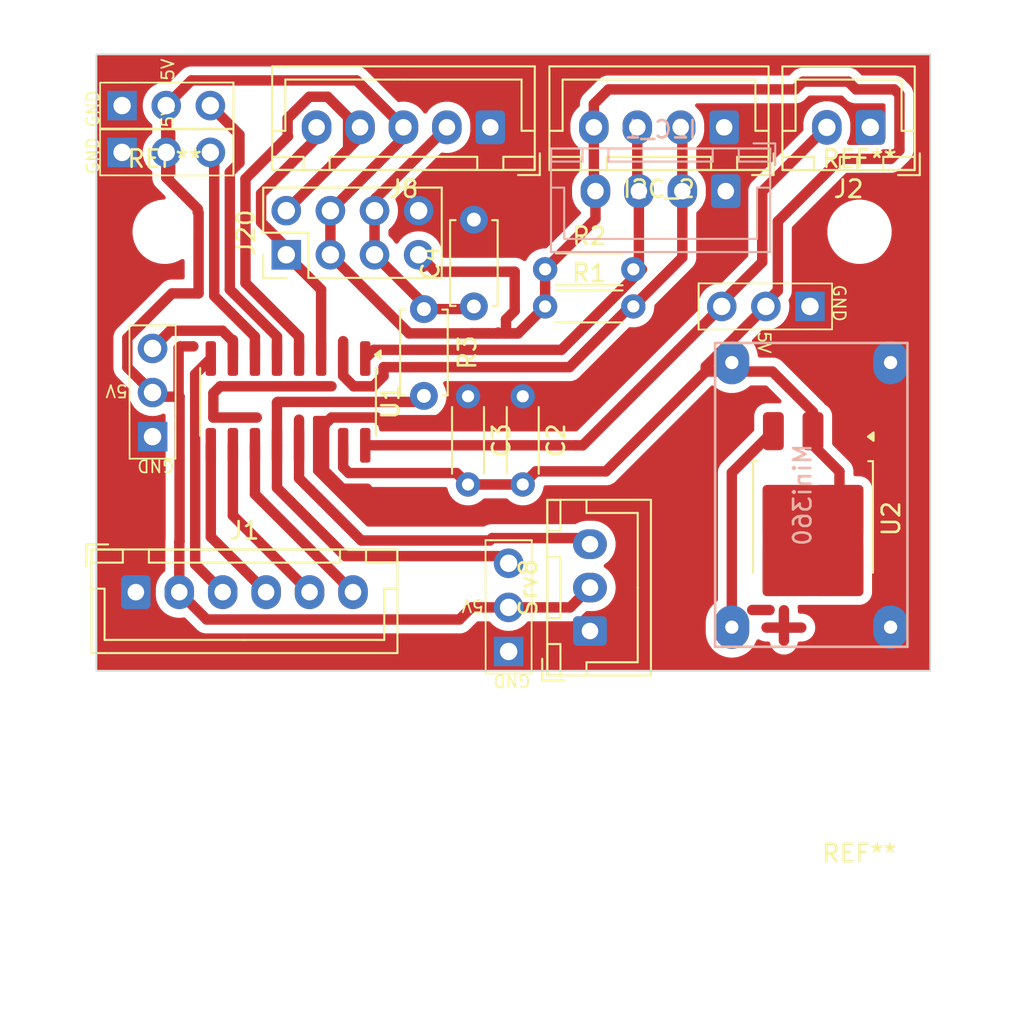
<source format=kicad_pcb>
(kicad_pcb
	(version 20240108)
	(generator "pcbnew")
	(generator_version "8.0")
	(general
		(thickness 1.6)
		(legacy_teardrops no)
	)
	(paper "A4")
	(layers
		(0 "F.Cu" signal)
		(31 "B.Cu" signal)
		(32 "B.Adhes" user "B.Adhesive")
		(33 "F.Adhes" user "F.Adhesive")
		(34 "B.Paste" user)
		(35 "F.Paste" user)
		(36 "B.SilkS" user "B.Silkscreen")
		(37 "F.SilkS" user "F.Silkscreen")
		(38 "B.Mask" user)
		(39 "F.Mask" user)
		(40 "Dwgs.User" user "User.Drawings")
		(41 "Cmts.User" user "User.Comments")
		(42 "Eco1.User" user "User.Eco1")
		(43 "Eco2.User" user "User.Eco2")
		(44 "Edge.Cuts" user)
		(45 "Margin" user)
		(46 "B.CrtYd" user "B.Courtyard")
		(47 "F.CrtYd" user "F.Courtyard")
		(48 "B.Fab" user)
		(49 "F.Fab" user)
		(50 "User.1" user)
		(51 "User.2" user)
		(52 "User.3" user)
		(53 "User.4" user)
		(54 "User.5" user)
		(55 "User.6" user)
		(56 "User.7" user)
		(57 "User.8" user)
		(58 "User.9" user)
	)
	(setup
		(stackup
			(layer "F.SilkS"
				(type "Top Silk Screen")
			)
			(layer "F.Paste"
				(type "Top Solder Paste")
			)
			(layer "F.Mask"
				(type "Top Solder Mask")
				(thickness 0.01)
			)
			(layer "F.Cu"
				(type "copper")
				(thickness 0.035)
			)
			(layer "dielectric 1"
				(type "core")
				(thickness 1.51)
				(material "FR4")
				(epsilon_r 4.5)
				(loss_tangent 0.02)
			)
			(layer "B.Cu"
				(type "copper")
				(thickness 0.035)
			)
			(layer "B.Mask"
				(type "Bottom Solder Mask")
				(thickness 0.01)
			)
			(layer "B.Paste"
				(type "Bottom Solder Paste")
			)
			(layer "B.SilkS"
				(type "Bottom Silk Screen")
			)
			(copper_finish "None")
			(dielectric_constraints no)
		)
		(pad_to_mask_clearance 0)
		(allow_soldermask_bridges_in_footprints no)
		(aux_axis_origin 99.4 100)
		(pcbplotparams
			(layerselection 0x0001000_ffffffff)
			(plot_on_all_layers_selection 0x0000000_00000000)
			(disableapertmacros yes)
			(usegerberextensions yes)
			(usegerberattributes no)
			(usegerberadvancedattributes yes)
			(creategerberjobfile yes)
			(dashed_line_dash_ratio 12.000000)
			(dashed_line_gap_ratio 3.000000)
			(svgprecision 4)
			(plotframeref no)
			(viasonmask no)
			(mode 1)
			(useauxorigin no)
			(hpglpennumber 1)
			(hpglpenspeed 20)
			(hpglpendiameter 15.000000)
			(pdf_front_fp_property_popups yes)
			(pdf_back_fp_property_popups yes)
			(dxfpolygonmode yes)
			(dxfimperialunits yes)
			(dxfusepcbnewfont yes)
			(psnegative no)
			(psa4output no)
			(plotreference no)
			(plotvalue no)
			(plotfptext no)
			(plotinvisibletext no)
			(sketchpadsonfab no)
			(subtractmaskfromsilk no)
			(outputformat 1)
			(mirror no)
			(drillshape 0)
			(scaleselection 1)
			(outputdirectory "gerber/")
		)
	)
	(net 0 "")
	(net 1 "5V")
	(net 2 "GND")
	(net 3 "SWIO")
	(net 4 "SCL")
	(net 5 "SDA")
	(net 6 "PWM2")
	(net 7 "/PC7")
	(net 8 "RC_IN")
	(net 9 "PWM1")
	(net 10 "/PD7")
	(net 11 "/PD6")
	(net 12 "/PD5")
	(net 13 "/PD4")
	(net 14 "CUR_IN")
	(net 15 "POS_IN")
	(net 16 "/PC6")
	(net 17 "/PA1")
	(net 18 "IN")
	(footprint "Connector_PinHeader_2.54mm:PinHeader_2x04_P2.54mm_Vertical" (layer "F.Cu") (at 10.927398 11.54 90))
	(footprint "Stripe-ch32:Servo_pads" (layer "F.Cu") (at 1.475 5.643272 90))
	(footprint "Package_SO:SOP-16_3.9x9.9mm_P1.27mm" (layer "F.Cu") (at 11.027398 20.015 -90))
	(footprint "Connector_JST:JST_XH_B2B-XH-A_1x02_P2.50mm_Vertical" (layer "F.Cu") (at 44.548744 4.200642 180))
	(footprint "Connector_JST:JST_XH_B6B-XH-A_1x06_P2.50mm_Vertical" (layer "F.Cu") (at 2.267066 30.972759))
	(footprint "Resistor_THT:R_Axial_DIN0204_L3.6mm_D1.6mm_P5.08mm_Horizontal" (layer "F.Cu") (at 24.541068 19.690919 -90))
	(footprint "Resistor_THT:R_Axial_DIN0204_L3.6mm_D1.6mm_P5.08mm_Horizontal" (layer "F.Cu") (at 25.827398 14.515))
	(footprint "MountingHole:MountingHole_3.2mm_M3" (layer "F.Cu") (at 43.927398 10.215))
	(footprint "Resistor_THT:R_Axial_DIN0204_L3.6mm_D1.6mm_P5.08mm_Horizontal" (layer "F.Cu") (at 25.829794 12.37645))
	(footprint "Package_TO_SOT_SMD:TO-252-3_TabPin2" (layer "F.Cu") (at 41.25 26.74 -90))
	(footprint "Stripe-ch32:Servo_pads" (layer "F.Cu") (at 3.227398 22.015 180))
	(footprint "MountingHole:MountingHole_3.2mm_M3" (layer "F.Cu") (at 3.927398 10.215))
	(footprint "Connector_JST:JST_XH_B4B-XH-A_1x04_P2.50mm_Vertical" (layer "F.Cu") (at 36.135031 4.198659 180))
	(footprint "Connector_JST:JST_XH_B3B-XH-A_1x03_P2.50mm_Vertical" (layer "F.Cu") (at 28.410469 33.21103 90))
	(footprint "Resistor_THT:R_Axial_DIN0204_L3.6mm_D1.6mm_P5.08mm_Horizontal" (layer "F.Cu") (at 21.391068 19.690919 -90))
	(footprint "Capacitor_THT:C_Disc_D4.7mm_W2.5mm_P5.00mm" (layer "F.Cu") (at 18.850514 14.667908 -90))
	(footprint "Stripe-ch32:Servo_pads" (layer "F.Cu") (at 41.077398 14.515 -90))
	(footprint "MountingHole:MountingHole_3.2mm_M3" (layer "F.Cu") (at 43.927398 50.215))
	(footprint "Connector_JST:JST_XH_B5B-XH-A_1x05_P2.50mm_Vertical" (layer "F.Cu") (at 22.673002 4.196999 180))
	(footprint "Capacitor_THT:C_Disc_D4.7mm_W2.5mm_P5.00mm" (layer "F.Cu") (at 21.727398 14.515 90))
	(footprint "Stripe-ch32:Servo_pads" (layer "F.Cu") (at 23.727398 34.39 180))
	(footprint "Stripe-ch32:Servo_pads" (layer "F.Cu") (at 1.475 2.94606 90))
	(footprint "Connector_JST:JST_XH_B4B-XH-A_1x04_P2.50mm_Vertical" (layer "B.Cu") (at 36.227398 7.87298 180))
	(footprint "Mini360_step-down:Mini360_step-down" (layer "B.Cu") (at 41.147398 25.37 90))
	(gr_rect
		(start 0 0)
		(end 48 35.5)
		(stroke
			(width 0.1)
			(type default)
		)
		(fill none)
		(layer "Edge.Cuts")
		(uuid "13533d08-2acd-4ffe-8eec-b998097da5d3")
	)
	(segment
		(start 7.127398 19.115)
		(end 6.727398 19.515)
		(width 0.6)
		(layer "F.Cu")
		(net 0)
		(uuid "07e1e19b-07aa-4b5a-83e4-4f913e8314cf")
	)
	(segment
		(start 13.529607 19.115)
		(end 7.127398 19.115)
		(width 0.6)
		(layer "F.Cu")
		(net 0)
		(uuid "599c4039-fb0c-4ff8-927f-2cae4b7fd110")
	)
	(segment
		(start 37.75 32)
		(end 38.75 32)
		(width 0.6)
		(layer "F.Cu")
		(net 0)
		(uuid "796760d4-14fd-4b8f-9b32-da5dd1e9809c")
	)
	(segment
		(start 39.577398 32.015)
		(end 39.577398 33.765)
		(width 0.6)
		(layer "F.Cu")
		(net 0)
		(uuid "7dbafd66-66da-4af8-8c38-60168f536eba")
	)
	(segment
		(start 6.727398 20.915)
		(end 9.227398 20.915)
		(width 0.6)
		(layer "F.Cu")
		(net 0)
		(uuid "c5492456-a48a-4b99-95b1-54ccfc59fc01")
	)
	(segment
		(start 38.577398 33.015)
		(end 40.577398 33.015)
		(width 0.6)
		(layer "F.Cu")
		(net 0)
		(uuid "c6a83412-8d99-499f-86e2-664d69e62eb2")
	)
	(segment
		(start 6.727398 19.515)
		(end 6.727398 20.915)
		(width 0.6)
		(layer "F.Cu")
		(net 0)
		(uuid "cec24bd1-8bec-4f2b-a411-19e1086402b8")
	)
	(segment
		(start 1.777398 18.025)
		(end 3.227398 19.475)
		(width 0.6)
		(layer "F.Cu")
		(net 1)
		(uuid "02a66c95-ce29-4fdf-81a5-446ba03f2718")
	)
	(segment
		(start 5.877398 13.765)
		(end 4.346788 13.765)
		(width 0.6)
		(layer "F.Cu")
		(net 1)
		(uuid "02c901a9-673b-40b0-a56a-0d016eda216d")
	)
	(segment
		(start 20.735149 24.115)
		(end 20.931274 24.311124)
		(width 0.6)
		(layer "F.Cu")
		(net 1)
		(uuid "03aff270-a47f-43fd-99e1-1f8a83f8ad18")
	)
	(segment
		(start 4.015 2.94606)
		(end 4.015 5.643272)
		(width 0.6)
		(layer "F.Cu")
		(net 1)
		(uuid "05728d05-54ff-4557-b9e9-925986d0aa59")
	)
	(segment
		(start 45.340206 5.761633)
		(end 45.980765 5.761633)
		(width 0.6)
		(layer "F.Cu")
		(net 1)
		(uuid "0b6b5e3b-57c6-42f4-98e5-e24842b288e0")
	)
	(segment
		(start 4.767066 30.972759)
		(end 4.767066 28.076322)
		(width 0.6)
		(layer "F.Cu")
		(net 1)
		(uuid "106db556-f204-49d0-b057-ff45991fac87")
	)
	(segment
		(start 45.928008 2.015)
		(end 43.727398 2.015)
		(width 0.6)
		(layer "F.Cu")
		(net 1)
		(uuid "109041d1-63c8-45ad-a03c-72b9332510e8")
	)
	(segment
		(start 17.673002 4.196999)
		(end 17.673002 4.794396)
		(width 0.6)
		(layer "F.Cu")
		(net 1)
		(uuid "1230a451-a3fa-4cdc-b706-58a9d140e71f")
	)
	(segment
		(start 41.25 20.6)
		(end 38.915 18.265)
		(width 0.6)
		(layer "F.Cu")
		(net 1)
		(uuid "14145fbb-5325-4cef-a487-55edae5aa1b4")
	)
	(segment
		(start 14.532398 24.115)
		(end 20.735149 24.115)
		(width 0.6)
		(layer "F.Cu")
		(net 1)
		(uuid "160d4b70-fd67-47ab-a410-e9ca03b6041c")
	)
	(segment
		(start 40.677398 1.565)
		(end 40.227398 2.015)
		(width 0.6)
		(layer "F.Cu")
		(net 1)
		(uuid "1c0a6261-5dbe-484a-b12a-befb90421762")
	)
	(segment
		(start 4.727398 19.66)
		(end 4.782398 19.715)
		(width 0.6)
		(layer "F.Cu")
		(net 1)
		(uuid "1c151cc4-caf1-46fe-8a18-1c6dd6021606")
	)
	(segment
		(start 5.465 1.49606)
		(end 14.972063 1.49606)
		(width 0.6)
		(layer "F.Cu")
		(net 1)
		(uuid "1cc2923e-83a1-4b31-ad33-80d0684f9194")
	)
	(segment
		(start 29.327398 24.015)
		(end 25.296987 24.015)
		(width 0.6)
		(layer "F.Cu")
		(net 1)
		(uuid "1d4c49e0-ffea-4341-85cf-887a63b42eff")
	)
	(segment
		(start 38.312398 14.515)
		(end 39.227398 13.6)
		(width 0.6)
		(layer "F.Cu")
		(net 1)
		(uuid "1f4d5986-dbba-4172-b8ae-b3f610e7ed50")
	)
	(segment
		(start 28.727398 7.87298)
		(end 28.727398 9.478846)
		(width 0.6)
		(layer "F.Cu")
		(net 1)
		(uuid "1faeb31c-587c-41e7-9c45-d78c893bfa1f")
	)
	(segment
		(start 21.593008 31.85)
		(end 20.895249 32.547759)
		(width 0.6)
		(layer "F.Cu")
		(net 1)
		(uuid "2144babb-9ec4-485a-8f25-cf918acc2398")
	)
	(segment
		(start 17.673002 4.196999)
		(end 17.564953 4.196999)
		(width 0.6)
		(layer "F.Cu")
		(net 1)
		(uuid "225cdc6c-61a2-4d9b-8b93-aca7beda9171")
	)
	(segment
		(start 24.077398 14.765)
		(end 23.577398 15.265)
		(width 0.6)
		(layer "F.Cu")
		(net 1)
		(uuid "26e06c09-2ca3-41ad-bd3b-0e11de72853a")
	)
	(segment
		(start 20.895249 32.547759)
		(end 6.342066 32.547759)
		(width 0.6)
		(layer "F.Cu")
		(net 1)
		(uuid "29e7dd29-edbc-4ba1-8564-6a83c96bb783")
	)
	(segment
		(start 6.342066 32.547759)
		(end 4.767066 30.972759)
		(width 0.6)
		(layer "F.Cu")
		(net 1)
		(uuid "2deed753-0f9e-40d5-857a-189e47ca336d")
	)
	(segment
		(start 20.931274 24.311124)
		(end 21.391069 24.770919)
		(width 0.6)
		(layer "F.Cu")
		(net 1)
		(uuid "2ed90249-8023-48d6-8a59-e3b924169f12")
	)
	(segment
		(start 25.296987 24.015)
		(end 24.541068 24.770919)
		(width 0.6)
		(layer "F.Cu")
		(net 1)
		(uuid "32b01972-1016-4108-80a8-37b61709088b")
	)
	(segment
		(start 42.775 24.025)
		(end 41.25 22.5)
		(width 0.6)
		(layer "F.Cu")
		(net 1)
		(uuid "3473b9b1-742d-4bb3-8bf4-4b18113d3464")
	)
	(segment
		(start 4.242398 4.515)
		(end 4.242398 6.859441)
		(width 0.6)
		(layer "F.Cu")
		(net 1)
		(uuid "360e3210-03a0-45b6-bc3e-055453e5a1cb")
	)
	(segment
		(start 43.277398 1.565)
		(end 40.677398 1.565)
		(width 0.6)
		(layer "F.Cu")
		(net 1)
		(uuid "3785503b-9dea-4d03-b5af-d5944ad6f004")
	)
	(segment
		(start 46.227398 2.31439)
		(end 45.928008 2.015)
		(width 0.6)
		(layer "F.Cu")
		(net 1)
		(uuid "3a209717-de1f-4caa-960d-04f8370c159d")
	)
	(segment
		(start 23.727398 31.85)
		(end 27.271499 31.85)
		(width 0.6)
		(layer "F.Cu")
		(net 1)
		(uuid "3cd8c84b-120c-410f-b682-e492e23d734b")
	)
	(segment
		(start 24.27449 16.067908)
		(end 25.827398 14.515)
		(width 0.6)
		(layer "F.Cu")
		(net 1)
		(uuid "3d02cbf1-e4e3-4d05-8f65-4faddbdeb1e6")
	)
	(segment
		(start 4.827398 16.815)
		(end 5.577398 16.815)
		(width 0.6)
		(layer "F.Cu")
		(net 1)
		(uuid "3fbae971-26df-4a7e-85ff-64a1d09a3388")
	)
	(segment
		(start 25.829794 14.512604)
		(end 25.827398 14.515)
		(width 0.6)
		(layer "F.Cu")
		(net 1)
		(uuid "443a92ef-3f47-42e4-810c-1e189eed14a0")
	)
	(segment
		(start 36.577398 18.265)
		(end 35.077398 18.265)
		(width 0.6)
		(layer "F.Cu")
		(net 1)
		(uuid "44c45559-91d5-4269-a622-7bc69afa3f11")
	)
	(segment
		(start 4.782398 19.715)
		(end 3.467398 19.715)
		(width 0.6)
		(layer "F.Cu")
		(net 1)
		(uuid "45b83716-21e3-4bf0-9b0c-63b4a056faa1")
	)
	(segment
		(start 28.635031 7.780613)
		(end 28.727398 7.87298)
		(width 0.6)
		(layer "F.Cu")
		(net 1)
		(uuid "4993a12d-ec12-4524-9780-d60ddc160c62")
	)
	(segment
		(start 46.227398 5.515)
		(end 46.227398 2.31439)
		(width 0.6)
		(layer "F.Cu")
		(net 1)
		(uuid "4b5ea89f-102b-4279-9034-77b89b8b65da")
	)
	(segment
		(start 19.522398 12.515)
		(end 24.077398 12.515)
		(width 0.6)
		(layer "F.Cu")
		(net 1)
		(uuid "53a0f1db-a297-4259-9150-b8b8a213c6f3")
	)
	(segment
		(start 29.477398 2.015)
		(end 28.635031 2.857367)
		(width 0.6)
		(layer "F.Cu")
		(net 1)
		(uuid "546a2e2b-01c4-40a9-8732-88bc98996e63")
	)
	(segment
		(start 45.727398 6.015)
		(end 45.980765 5.761633)
		(width 0.6)
		(layer "F.Cu")
		(net 1)
		(uuid "5624aa33-122e-4730-b3b7-2176402ba255")
	)
	(segment
		(start 14.202398 23.785)
		(end 14.532398 24.115)
		(width 0.6)
		(layer "F.Cu")
		(net 1)
		(uuid "57486946-4086-4f35-8ee0-4ac5d58c09ef")
	)
	(segment
		(start 4.015 2.94606)
		(end 5.465 1.49606)
		(width 0.6)
		(layer "F.Cu")
		(net 1)
		(uuid "586cb7a2-79c7-4f6c-b790-3ffde949028a")
	)
	(segment
		(start 24.27449 16.067908)
		(end 23.577398 16.067908)
		(width 0.6)
		(layer "F.Cu")
		(net 1)
		(uuid "5a7387fe-aa25-4269-976d-3d72e33a8c09")
	)
	(segment
		(start 23.127398 16.017908)
		(end 23.077398 16.067908)
		(width 0.6)
		(layer "F.Cu")
		(net 1)
		(uuid "5b2b9dae-4b12-4f5c-9f0b-66c4388878e2")
	)
	(segment
		(start 13.467398 11.54)
		(end 17.995306 16.067908)
		(width 0.6)
		(layer "F.Cu")
		(net 1)
		(uuid "5d6156d6-ed88-4c3e-af8f-c5d1913888ba")
	)
	(segment
		(start 4.015 5.643272)
		(end 4.015 7.086839)
		(width 0.6)
		(layer "F.Cu")
		(net 1)
		(uuid "5f4cc584-b939-49e7-8cd8-145188466ead")
	)
	(segment
		(start 23.077398 16.067908)
		(end 22.554389 16.067908)
		(width 0.6)
		(layer "F.Cu")
		(net 1)
		(uuid "61187d09-2993-405c-87f1-e80198085656")
	)
	(segment
		(start 14.972063 1.49606)
		(end 17.673002 4.196999)
		(width 0.6)
		(layer "F.Cu")
		(net 1)
		(uuid "6b16584b-8bb0-4640-a80e-1d22e0c0259e")
	)
	(segment
		(start 1.777398 16.33439)
		(end 1.777398 16.515)
		(width 0.6)
		(layer "F.Cu")
		(net 1)
		(uuid "6d154182-86d1-4788-999c-59e9962b35fb")
	)
	(segment
		(start 38.312398 15.03)
		(end 38.312398 14.515)
		(width 0.6)
		(layer "F.Cu")
		(net 1)
		(uuid "729112ad-ff70-4a47-98f8-6df1851cee09")
	)
	(segment
		(start 42.827398 6.015)
		(end 45.727398 6.015)
		(width 0.6)
		(layer "F.Cu")
		(net 1)
		(uuid "7503ca60-6ce3-4e79-bebf-53a2d33dd917")
	)
	(segment
		(start 5.827398 9.074441)
		(end 5.877398 9.124441)
		(width 0.6)
		(layer "F.Cu")
		(net 1)
		(uuid "7719d4f8-0dc0-46f0-bd57-9fcecf79bea6")
	)
	(segment
		(start 27.271499 31.85)
		(end 28.410469 30.71103)
		(width 0.6)
		(layer "F.Cu")
		(net 1)
		(uuid "77bad852-e0a8-43a6-917e-31efdcd28143")
	)
	(segment
		(start 20.931274 24.311124)
		(end 21.391068 24.770919)
		(width 0.6)
		(layer "F.Cu")
		(net 1)
		(uuid "7c200070-15ce-497f-a4a6-1546f3fce1d0")
	)
	(segment
		(start 42.775 26.325)
		(end 42.775 24.025)
		(width 0.6)
		(layer "F.Cu")
		(net 1)
		(uuid "7fb99914-9469-4d05-9366-04c67a170936")
	)
	(segment
		(start 17.673002 4.794396)
		(end 13.467398 9)
		(width 0.6)
		(layer "F.Cu")
		(net 1)
		(uuid "820d88a4-0852-4050-b50a-10e7d7f68af6")
	)
	(segment
		(start 28.635031 2.857367)
		(end 28.635031 4.198659)
		(width 0.6)
		(layer "F.Cu")
		(net 1)
		(uuid "82121beb-b763-4410-a5d9-a4f47cd685f6")
	)
	(segment
		(start 23.577398 15.265)
		(end 23.577398 16.067908)
		(width 0.6)
		(layer "F.Cu")
		(net 1)
		(uuid "8216c678-b98c-40c5-a288-bcd95fdbdc50")
	)
	(segment
		(start 4.827398 16.815)
		(end 4.727398 16.915)
		(width 0.6)
		(layer "F.Cu")
		(net 1)
		(uuid "8bbf2308-f349-47e7-8e5d-835aed673565")
	)
	(segment
		(start 17.995306 16.067908)
		(end 21.577398 16.067908)
		(width 0.6)
		(layer "F.Cu")
		(net 1)
		(uuid "8e1d2b88-6c13-4351-8031-099ec1cf9733")
	)
	(segment
		(start 41.25 21.7)
		(end 41.25 20.6)
		(width 0.6)
		(layer "F.Cu")
		(net 1)
		(uuid "93c275b4-d7ad-4503-8e6b-effa7c929f6a")
	)
	(segment
		(start 4.015 7.086839)
		(end 5.827398 8.899237)
		(width 0.6)
		(layer "F.Cu")
		(net 1)
		(uuid "95f6c1d4-4a67-4165-ac5f-a440cbf976dc")
	)
	(segment
		(start 40.227398 2.015)
		(end 29.477398 2.015)
		(width 0.6)
		(layer "F.Cu")
		(net 1)
		(uuid "97a74d05-b171-4f4b-b1c5-f8781c99f973")
	)
	(segment
		(start 13.467398 9)
		(end 13.467398 11.54)
		(width 0.6)
		(layer "F.Cu")
		(net 1)
		(uuid "98880e0c-1446-43b8-b1ed-569d169aa503")
	)
	(segment
		(start 41.25 22.5)
		(end 41.25 21.7)
		(width 0.6)
		(layer "F.Cu")
		(net 1)
		(uuid "9a8244a9-8d33-45cd-a6b3-7052246f63cc")
	)
	(segment
		(start 25.829794 12.37645)
		(end 25.829794 14.512604)
		(width 0.6)
		(layer "F.Cu")
		(net 1)
		(uuid "9b4a5c9b-0706-41a2-9d01-9f290343b73a")
	)
	(segment
		(start 35.077398 17.975)
		(end 35.077398 18.265)
		(width 0.6)
		(layer "F.Cu")
		(net 1)
		(uuid "9c5dc93c-28e9-4ef4-8a8f-5c5cda98faff")
	)
	(segment
		(start 1.777398 16.515)
		(end 1.777398 18.025)
		(width 0.6)
		(layer "F.Cu")
		(net 1)
		(uuid "9d0331d9-eabb-46cc-aafe-a24fdd57b491")
	)
	(segment
		(start 4.346788 13.765)
		(end 1.777398 16.33439)
		(width 0.6)
		(layer "F.Cu")
		(net 1)
		(uuid "9d2380d4-6067-410d-a7c2-a95712e7ee08")
	)
	(segment
		(start 24.077398 12.515)
		(end 24.077398 14.765)
		(width 0.6)
		(layer "F.Cu")
		(net 1)
		(uuid "a5ef8c8b-c11a-4560-a0be-28172bfd4a99")
	)
	(segment
		(start 39.227398 9.615)
		(end 42.827398 6.015)
		(width 0.6)
		(layer "F.Cu")
		(net 1)
		(uuid "ae34c6d6-bc40-4664-97b7-2c23eedff1c3")
	)
	(segment
		(start 39.227398 13.6)
		(end 39.227398 9.615)
		(width 0.6)
		(layer "F.Cu")
		(net 1)
		(uuid "aeada70b-d83e-4b15-a4fd-7d0482de0d07")
	)
	(segment
		(start 4.727398 19.66)
		(end 4.727398 16.915)
		(width 0.6)
		(layer "F.Cu")
		(net 1)
		(uuid "b16f3438-e1b4-445d-9c58-0a773bce03ef")
	)
	(segment
		(start 4.767066 28.076322)
		(end 4.782398 28.06099)
		(width 0.6)
		(layer "F.Cu")
		(net 1)
		(uuid "b3582db5-25fc-44f8-a806-1c4ec906efa6")
	)
	(segment
		(start 5.827398 8.899237)
		(end 5.827398 9.074441)
		(width 0.6)
		(layer "F.Cu")
		(net 1)
		(uuid "b6a162b0-0ad9-4743-b32e-19e7a8127c1b")
	)
	(segment
		(start 45.980765 5.761633)
		(end 46.227398 5.515)
		(width 0.6)
		(layer "F.Cu")
		(net 1)
		(uuid "ba6b88f1-3480-446f-8f1e-0740212eaabb")
	)
	(segment
		(start 23.727398 31.85)
		(end 21.593008 31.85)
		(width 0.6)
		(layer "F.Cu")
		(net 1)
		(uuid "bca598be-0c84-47db-b5f7-b6e7c7f17b21")
	)
	(segment
		(start 21.391069 24.770919)
		(end 24.541068 24.770919)
		(width 0.6)
		(layer "F.Cu")
		(net 1)
		(uuid "be2d247c-5754-472f-bf1c-e04e6a1d4fd1")
	)
	(segment
		(start 18.547398 11.54)
		(end 19.522398 12.515)
		(width 0.6)
		(layer "F.Cu")
		(net 1)
		(uuid "c69a417b-3808-498e-a94e-cc92352ebd5a")
	)
	(segment
		(start 18.799898 11.7925)
		(end 18.799898 12.2375)
		(width 0.6)
		(layer "F.Cu")
		(net 1)
		(uuid "c91db7dd-2044-4cf5-86b2-e3a7968ef3e0")
	)
	(segment
		(start 43.727398 2.015)
		(end 43.277398 1.565)
		(width 0.6)
		(layer "F.Cu")
		(net 1)
		(uuid "ca5ada0b-e6d3-4dca-bee6-6215c98b9fa7")
	)
	(segment
		(start 4.782398 19.715)
		(end 4.782398 28.06099)
		(width 0.6)
		(layer "F.Cu")
		(net 1)
		(uuid "cca14d72-5dd8-4d80-894e-26d381afe651")
	)
	(segment
		(start 21.577398 16.067908)
		(end 22.554389 16.067908)
		(width 0.6)
		(layer "F.Cu")
		(net 1)
		(uuid "d5ba3b6c-63aa-47e2-9bdf-4183d93c5bf9")
	)
	(segment
		(start 28.727398 9.478846)
		(end 25.829794 12.37645)
		(width 0.6)
		(layer "F.Cu")
		(net 1)
		(uuid "d8c83d8f-854b-45a1-a83b-b9a3aab4c340")
	)
	(segment
		(start 28.635031 4.198659)
		(end 28.635031 7.780613)
		(width 0.6)
		(layer "F.Cu")
		(net 1)
		(uuid "df6972ea-a887-416f-90bd-5dcfd1896dff")
	)
	(segment
		(start 18.547398 11.54)
		(end 18.799898 11.7925)
		(width 0.6)
		(layer "F.Cu")
		(net 1)
		(uuid "e7f7c24d-f6af-4916-806a-09b914bda04d")
	)
	(segment
		(start 38.537398 14.515)
		(end 35.077398 17.975)
		(width 0.6)
		(layer "F.Cu")
		(net 1)
		(uuid "ead766a7-6a33-4b51-a13a-a88835b47d1a")
	)
	(segment
		(start 35.077398 18.265)
		(end 29.327398 24.015)
		(width 0.6)
		(layer "F.Cu")
		(net 1)
		(uuid "edd2211c-16d0-438f-bc01-5a14ab73ac15")
	)
	(segment
		(start 3.467398 19.715)
		(end 3.227398 19.475)
		(width 0.6)
		(layer "F.Cu")
		(net 1)
		(uuid "ee53ea34-335e-4623-b841-4917f36a3e2b")
	)
	(segment
		(start 23.577398 16.067908)
		(end 23.077398 16.067908)
		(width 0.6)
		(layer "F.Cu")
		(net 1)
		(uuid "f020bc73-ed44-4ea4-93dc-2ee65f880444")
	)
	(segment
		(start 14.202398 22.515)
		(end 14.202398 23.785)
		(width 0.6)
		(layer "F.Cu")
		(net 1)
		(uuid "f644fb7e-a4a9-4f96-bcff-0022f3fa5f1b")
	)
	(segment
		(start 38.915 18.265)
		(end 36.577398 18.265)
		(width 0.6)
		(layer "F.Cu")
		(net 1)
		(uuid "fad3e395-ed8c-40d7-a424-200ff704faf3")
	)
	(segment
		(start 5.877398 9.124441)
		(end 5.877398 13.765)
		(width 0.6)
		(layer "F.Cu")
		(net 1)
		(uuid "fecba420-8e36-49a4-949e-a4b1e13a61b8")
	)
	(segment
		(start 21.577398 16.067908)
		(end 24.27449 16.067908)
		(width 0.6)
		(layer "F.Cu")
		(net 1)
		(uuid "ff2be10a-94a6-46cd-957d-623bf4ff0dc9")
	)
	(segment
		(start 14.159606 25.015)
		(end 15.577398 25.015)
		(width 0.6)
		(layer "F.Cu")
		(net 2)
		(uuid "0c47092a-c6ea-4a12-83a0-a5032bc67db1")
	)
	(segment
		(start 13.5324 20.915)
		(end 13.329899 21.117501)
		(width 0.6)
		(layer "F.Cu")
		(net 2)
		(uuid "1b5787c8-963a-4a9d-b39e-591d063a17c8")
	)
	(segment
		(start 13.5324 20.915)
		(end 16.127398 20.915)
		(width 0.6)
		(layer "F.Cu")
		(net 2)
		(uuid "2f9c6e58-7c08-4f40-970b-50d377f96747")
	)
	(segment
		(start 16.280306 21.067908)
		(end 20.014079 21.067908)
		(width 0.6)
		(layer "F.Cu")
		(net 2)
		(uuid "6d4384bb-3903-4c13-832c-4e9fc75296f4")
	)
	(segment
		(start 12.932398 22.515)
		(end 12.932398 21.515001)
		(width 0.6)
		(layer "F.Cu")
		(net 2)
		(uuid "70ad183d-fdad-415f-b214-86939c7c1e2c")
	)
	(segment
		(start 12.932398 22.515)
		(end 12.932398 23.787792)
		(width 0.6)
		(layer "F.Cu")
		(net 2)
		(uuid "75d70d75-bdab-4218-b853-dde1bab62880")
	)
	(segment
		(start 12.932398 21.515001)
		(end 13.329899 21.117501)
		(width 0.6)
		(layer "F.Cu")
		(net 2)
		(uuid "8e5dc2d5-8e83-4df5-afb7-c3269b51b815")
	)
	(segment
		(start 20.014079 21.067908)
		(end 21.391068 19.690919)
		(width 0.6)
		(layer "F.Cu")
		(net 2)
		(uuid "929bc80e-7ad7-4689-94ab-95cbc9e3d604")
	)
	(segment
		(start 12.932398 23.787792)
		(end 14.159606 25.015)
		(width 0.6)
		(layer "F.Cu")
		(net 2)
		(uuid "9355eb59-0719-4275-8255-fc0113b94dfa")
	)
	(segment
		(start 16.127398 20.915)
		(end 16.280306 21.067908)
		(width 0.6)
		(layer "F.Cu")
		(net 2)
		(uuid "99e116e3-60fb-45c9-b24a-4275ab694cee")
	)
	(segment
		(start 13.329899 21.117501)
		(end 13.532399 20.915)
		(width 0.6)
		(layer "F.Cu")
		(net 2)
		(uuid "d8747eb5-bc96-4283-aa75-30be9167f6d7")
	)
	(segment
		(start 4.247398 15.915)
		(end 7.252397 15.915)
		(width 0.6)
		(layer "F.Cu")
		(net 3)
		(uuid "23783bc0-9719-4b93-8725-ee5bc57426fd")
	)
	(segment
		(start 7.852398 16.437919)
		(end 7.852398 17.515)
		(width 0.6)
		(layer "F.Cu")
		(net 3)
		(uuid "63189d04-3cef-4d44-9497-21fecf36a415")
	)
	(segment
		(start 7.252397 15.915)
		(end 7.852398 16.515001)
		(width 0.6)
		(layer "F.Cu")
		(net 3)
		(uuid "67211cb1-bb2e-4353-afb2-ccbf203d379e")
	)
	(segment
		(start 7.852398 16.515001)
		(end 7.852398 17.515)
		(width 0.6)
		(layer "F.Cu")
		(net 3)
		(uuid "f42765ee-d601-439d-8e76-0dd3199f54a3")
	)
	(segment
		(start 3.227398 16.935)
		(end 4.247398 15.915)
		(width 0.6)
		(layer "F.Cu")
		(net 3)
		(uuid "f6227f6a-ed78-4958-bbc5-c38a0a8e7c05")
	)
	(segment
		(start 16.527398 18.015)
		(end 27.227398 18.015)
		(width 0.6)
		(layer "F.Cu")
		(net 4)
		(uuid "326eb589-c367-48b5-acb9-c0f5a86a932b")
	)
	(segment
		(start 33.727398 11.695)
		(end 33.727398 7.87298)
		(width 0.6)
		(layer "F.Cu")
		(net 4)
		(uuid "389a956f-c932-4d3d-a09f-38b8a4ad0cd3")
	)
	(segment
		(start 16.527398 18.524816)
		(end 15.937214 19.115)
		(width 0.6)
		(layer "F.Cu")
		(net 4)
		(uuid "3d8d02f3-6e61-4e54-a284-5225bb34b026")
	)
	(segment
		(start 15.937214 19.115)
		(end 14.802399 19.115)
		(width 0.6)
		(layer "F.Cu")
		(net 4)
		(uuid "62b3cb25-3af6-406f-bfd3-7ca701dba2f0")
	)
	(segment
		(start 33.727398 4.291026)
		(end 33.635031 4.198659)
		(width 0.6)
		(layer "F.Cu")
		(net 4)
		(uuid "640ad7df-1a89-47f5-bbd3-d14ee0b33849")
	)
	(segment
		(start 33.727398 7.87298)
		(end 33.727398 4.291026)
		(width 0.6)
		(layer "F.Cu")
		(net 4)
		(uuid "64a26afa-6c07-447b-8b54-630545406585")
	)
	(segment
		(start 14.802399 19.115)
		(end 14.202398 18.514999)
		(width 0.6)
		(layer "F.Cu")
		(net 4)
		(uuid "6d4f3835-bffa-4d78-bd32-4ada6d94e54c")
	)
	(segment
		(start 14.202398 16.515001)
		(end 14.202398 17.515)
		(width 0.6)
		(layer "F.Cu")
		(net 4)
		(uuid "8e1775a2-257d-4945-a157-3495c1521f2f")
	)
	(segment
		(start 14.202398 18.514999)
		(end 14.202398 17.515)
		(width 0.6)
		(layer "F.Cu")
		(net 4)
		(uuid "bad086fe-7df2-4fac-b655-cb18322955ac")
	)
	(segment
		(start 27.227398 18.015)
		(end 30.727398 14.515)
		(width 0.6)
		(layer "F.Cu")
		(net 4)
		(uuid "e140b665-f36d-4556-8b3a-e9d2d57b96c4")
	)
	(segment
		(start 16.527398 18.015)
		(end 16.527398 18.524816)
		(width 0.6)
		(layer "F.Cu")
		(net 4)
		(uuid "e613737e-3e7b-4bbb-bf00-eb0dfb1c57f0")
	)
	(segment
		(start 30.907398 14.515)
		(end 33.727398 11.695)
		(width 0.6)
		(layer "F.Cu")
		(net 4)
		(uuid "f7dcccca-0147-410d-814f-4afc7839a6bc")
	)
	(segment
		(start 31.135031 7.780613)
		(end 31.227398 7.87298)
		(width 0.6)
		(layer "F.Cu")
		(net 5)
		(uuid "0316ca51-fe7d-4e82-a9f5-2b00e5f4f52c")
	)
	(segment
		(start 26.767398 17.015)
		(end 15.972398 17.015)
		(width 0.6)
		(layer "F.Cu")
		(net 5)
		(uuid "06aefc1e-7432-4731-95a6-ddcdce6e32f6")
	)
	(segment
		(start 31.227398 12.058846)
		(end 30.909794 12.37645)
		(width 0.6)
		(layer "F.Cu")
		(net 5)
		(uuid "1055c7a8-8c35-4430-bfe5-e0f6faad5d44")
	)
	(segment
		(start 26.767398 17.015)
		(end 31.405948 12.37645)
		(width 0.6)
		(layer "F.Cu")
		(net 5)
		(uuid "26417ab5-844d-4f45-b79e-3e83aae10ad2")
	)
	(segment
		(start 31.227398 7.87298)
		(end 31.227398 12.058846)
		(width 0.6)
		(layer "F.Cu")
		(net 5)
		(uuid "67481b8f-53a4-4ced-8972-84df17f7f4f3")
	)
	(segment
		(start 31.135031 4.198659)
		(end 31.135031 7.780613)
		(width 0.6)
		(layer "F.Cu")
		(net 5)
		(uuid "7de3d36e-8fda-4870-a184-43db5ea9f691")
	)
	(segment
		(start 15.972398 17.015)
		(end 15.472398 17.515)
		(width 0.6)
		(layer "F.Cu")
		(net 5)
		(uuid "f6d7b286-f3c3-4ca6-b4af-72db770cf090")
	)
	(segment
		(start 10.927398 9)
		(end 14.069898 5.8575)
		(width 0.6)
		(layer "F.Cu")
		(net 6)
		(uuid "0385c4bd-4cb4-443b-b238-134035be9a5a")
	)
	(segment
		(start 15.173002 4.754396)
		(end 15.173002 4.196999)
		(width 0.6)
		(layer "F.Cu")
		(net 6)
		(uuid "1db4cc94-8c8e-40f9-88eb-08dcdb49c399")
	)
	(segment
		(start 11.003394 3.690996)
		(end 11.003394 4.690996)
		(width 0.6)
		(layer "F.Cu")
		(net 6)
		(uuid "4f2d39ff-7d4f-47d0-963c-15d371abbc64")
	)
	(segment
		(start 14.485685 5.441713)
		(end 14.485685 3.617731)
		(width 0.6)
		(layer "F.Cu")
		(net 6)
		(uuid "4f4526e0-0e74-4049-9917-edca961a9d1c")
	)
	(segment
		(start 8.577398 7.160604)
		(end 8.577398 13.165)
		(width 0.6)
		(layer "F.Cu")
		(net 6)
		(uuid "5eaf8e87-e437-4585-a626-c62aafadc72f")
	)
	(segment
		(start 14.069898 5.8575)
		(end 14.485685 5.441713)
		(width 0.6)
		(layer "F.Cu")
		(net 6)
		(uuid "7bf17156-c70e-46fa-9857-96b5a873251c")
	)
	(segment
		(start 12.257169 2.437222)
		(end 11.003394 3.690996)
		(width 0.6)
		(layer "F.Cu")
		(net 6)
		(uuid "a202aef7-fec3-4259-b5e8-ada304a974a0")
	)
	(segment
		(start 14.485685 3.617731)
		(end 13.305176 2.437222)
		(width 0.6)
		(layer "F.Cu")
		(net 6)
		(uuid "aa22a330-7df4-4523-b21c-6803daad7a59")
	)
	(segment
		(start 8.577398 13.165)
		(end 11.662398 16.25)
		(width 0.6)
		(layer "F.Cu")
		(net 6)
		(uuid "c2b73356-c140-4180-bb9f-5db17b609f6f")
	)
	(segment
		(start 11.0252 4.712802)
		(end 8.577398 7.160604)
		(width 0.6)
		(layer "F.Cu")
		(net 6)
		(uuid "c9dd4fb4-e281-4971-aa13-7ca520d89c12")
	)
	(segment
		(start 11.662398 16.25)
		(end 11.662398 17.515)
		(width 0.6)
		(layer "F.Cu")
		(net 6)
		(uuid "d51de6be-3703-4fd7-b312-c9059c44ca78")
	)
	(segment
		(start 11.003394 4.690996)
		(end 11.0252 4.712802)
		(width 0.6)
		(layer "F.Cu")
		(net 6)
		(uuid "db70c0ad-8674-4640-92ff-df945568bd0b")
	)
	(segment
		(start 13.305176 2.437222)
		(end 12.257169 2.437222)
		(width 0.6)
		(layer "F.Cu")
		(net 6)
		(uuid "e892f040-e178-4a17-beb7-2e6bb3f3faa6")
	)
	(segment
		(start 14.069898 5.8575)
		(end 15.173002 4.754396)
		(width 0.6)
		(layer "F.Cu")
		(net 6)
		(uuid "fb2d1415-9727-4cfd-9cba-391d1ed9039d")
	)
	(segment
		(start 6.555 5.643272)
		(end 6.777398 5.86567)
		(width 0.6)
		(layer "F.Cu")
		(net 7)
		(uuid "63f4d832-c1db-42b6-8f30-79b19d82879a")
	)
	(segment
		(start 9.122398 16.255584)
		(end 9.122398 17.515)
		(width 0.6)
		(layer "F.Cu")
		(net 7)
		(uuid "c521b4f5-e01d-44d2-a88c-d776fc4a03b7")
	)
	(segment
		(start 6.777398 5.86567)
		(end 6.777398 13.910584)
		(width 0.6)
		(layer "F.Cu")
		(net 7)
		(uuid "cca5aa5b-e190-457a-bc5c-87eb4bb79837")
	)
	(segment
		(start 6.777398 13.910584)
		(end 9.122398 16.255584)
		(width 0.6)
		(layer "F.Cu")
		(net 7)
		(uuid "d3c13976-e22c-4837-b24b-b4d1a9724023")
	)
	(segment
		(start 27.997398 22.515)
		(end 27.577398 22.515)
		(width 0.6)
		(layer "F.Cu")
		(net 8)
		(uuid "880349d0-fb3e-4182-b4f6-b71ab7b64791")
	)
	(segment
		(start 35.997398 14.515)
		(end 27.997398 22.515)
		(width 0.6)
		(layer "F.Cu")
		(net 8)
		(uuid "89e5049f-b5b7-4021-990d-4b3bf275a254")
	)
	(segment
		(start 38.327398 11.96)
		(end 38.327398 7.889226)
		(width 0.6)
		(layer "F.Cu")
		(net 8)
		(uuid "95b08449-eddf-4af6-afca-7e9c922ebcc6")
	)
	(segment
		(start 15.472398 22.515)
		(end 27.577398 22.515)
		(width 0.6)
		(layer "F.Cu")
		(net 8)
		(uuid "ad39a6f3-f59c-4b21-bd99-879bb8e54769")
	)
	(segment
		(start 35.772398 14.74)
		(end 35.997398 14.515)
		(width 0.6)
		(layer "F.Cu")
		(net 8)
		(uuid "b1e3530f-b444-4440-bfbd-aec0bed23465")
	)
	(segment
		(start 38.327398 7.889226)
		(end 42.054991 4.161633)
		(width 0.6)
		(layer "F.Cu")
		(net 8)
		(uuid "f508a9b1-2e3b-4538-9c83-233813d25220")
	)
	(segment
		(start 35.772398 14.515)
		(end 38.327398 11.96)
		(width 0.6)
		(layer "F.Cu")
		(net 8)
		(uuid "fa91c1f2-8194-422d-9cd0-c780ca7916dc")
	)
	(segment
		(start 10.927398 11.54)
		(end 10.927398 11.115)
		(width 0.6)
		(layer "F.Cu")
		(net 9)
		(uuid "1d34eb95-b32d-40ca-9151-ca8d77578bb2")
	)
	(segment
		(start 10.927398 11.54)
		(end 12.932398 13.545)
		(width 0.6)
		(layer "F.Cu")
		(net 9)
		(uuid "3c094bdd-ba0e-41c6-afc5-56d30dccc75a")
	)
	(segment
		(start 9.477398 8.015)
		(end 11.602398 5.89)
		(width 0.6)
		(layer "F.Cu")
		(net 9)
		(uuid "549041bc-c789-4c9f-99e1-14ebc41de73f")
	)
	(segment
		(start 9.477398 9.665)
		(end 9.477398 8.015)
		(width 0.6)
		(layer "F.Cu")
		(net 9)
		(uuid "5e4cf285-1d5b-4aec-8d5c-56f9b05d3f08")
	)
	(segment
		(start 12.673002 4.196999)
		(end 12.673002 4.819396)
		(width 0.6)
		(layer "F.Cu")
		(net 9)
		(uuid "7a1107eb-37ac-42b4-b2a6-16c9707f1a17")
	)
	(segment
		(start 10.927398 11.115)
		(end 9.477398 9.665)
		(width 0.6)
		(layer "F.Cu")
		(net 9)
		(uuid "82112e76-c3ea-43ea-aa6d-0482f61483cb")
	)
	(segment
		(start 12.932398 13.545)
		(end 12.932398 17.515)
		(width 0.6)
		(layer "F.Cu")
		(net 9)
		(uuid "85630d19-95d1-4b2c-b327-d6b0e500e5a8")
	)
	(segment
		(start 11.602398 5.89)
		(end 11.985685 5.506713)
		(width 0.6)
		(layer "F.Cu")
		(net 9)
		(uuid "ba3ea25a-2134-4fd1-95da-47a63a18617d")
	)
	(segment
		(start 12.673002 4.819396)
		(end 11.602398 5.89)
		(width 0.6)
		(layer "F.Cu")
		(net 9)
		(uuid "f6576f19-1b5e-49b6-83b5-70567034fdce")
	)
	(segment
		(start 14.767066 30.972759)
		(end 9.122398 25.328091)
		(width 0.6)
		(layer "F.Cu")
		(net 10)
		(uuid "01dd7150-821d-4882-a29d-f5cbf04ce2a4")
	)
	(segment
		(start 9.122398 25.328091)
		(end 9.122398 22.515)
		(width 0.6)
		(layer "F.Cu")
		(net 10)
		(uuid "dad442ff-d728-4794-aa56-88f7abc40247")
	)
	(segment
		(start 7.852398 22.515)
		(end 7.852398 26.558091)
		(width 0.6)
		(layer "F.Cu")
		(net 11)
		(uuid "926c17d0-8cf2-4589-abaf-28828f74ec03")
	)
	(segment
		(start 7.852398 26.558091)
		(end 12.267066 30.972759)
		(width 0.6)
		(layer "F.Cu")
		(net 11)
		(uuid "f9a02759-339e-49aa-b1dc-a7f3f2bb2759")
	)
	(segment
		(start 6.582398 22.515)
		(end 6.582398 27.788091)
		(width 0.6)
		(layer "F.Cu")
		(net 12)
		(uuid "1f241270-e19a-4af9-a2a7-0389d055953b")
	)
	(segment
		(start 6.582398 27.788091)
		(end 9.767066 30.972759)
		(width 0.6)
		(layer "F.Cu")
		(net 12)
		(uuid "e020bc28-9efa-4d24-907d-6325538219c5")
	)
	(segment
		(start 5.682398 29.37)
		(end 7.267066 30.954668)
		(width 0.6)
		(layer "F.Cu")
		(net 13)
		(uuid "20ce0851-9ce9-40c7-8d1d-3488c79d051b")
	)
	(segment
		(start 7.267066 30.954668)
		(end 7.267066 30.972759)
		(width 0.6)
		(layer "F.Cu")
		(net 13)
		(uuid "74130f7c-a467-4d22-b9ff-d08e7f3885a3")
	)
	(segment
		(start 5.682398 18.415)
		(end 5.682398 29.37)
		(width 0.6)
		(layer "F.Cu")
		(net 13)
		(uuid "8a5c67c9-ce96-4d56-8bb5-15f0d635d17f")
	)
	(segment
		(start 6.582398 17.515)
		(end 5.682398 18.415)
		(width 0.6)
		(layer "F.Cu")
		(net 13)
		(uuid "8b0d5589-3322-4f78-9614-8e08f5c7661c")
	)
	(segment
		(start 16.077398 8.292603)
		(end 20.173002 4.196999)
		(width 0.6)
		(layer "F.Cu")
		(net 14)
		(uuid "08584dde-3fce-42a8-a13e-e625a9d0fe82")
	)
	(segment
		(start 16.007398 9)
		(end 16.077398 8.93)
		(width 0.6)
		(layer "F.Cu")
		(net 14)
		(uuid "0c17e69e-8def-4d68-a11b-4ea3430d724f")
	)
	(segment
		(start 16.007398 9)
		(end 16.007398 11.54)
		(width 0.6)
		(layer "F.Cu")
		(net 14)
		(uuid "0cbb5dcb-3f7f-424b-9809-ba02a72366b2")
	)
	(segment
		(start 21.57449 14.667908)
		(end 21.727398 14.515)
		(width 0.6)
		(layer "F.Cu")
		(net 14)
		(uuid "23e9cfce-de74-4d13-a3ac-8668bef06a83")
	)
	(segment
		(start 18.850514 14.667908)
		(end 21.57449 14.667908)
		(width 0.6)
		(layer "F.Cu")
		(net 14)
		(uuid "72ca2c2c-96f0-40a3-aed1-36af1568f65e")
	)
	(segment
		(start 18.882398 14.415)
		(end 16.007398 11.54)
		(width 0.6)
		(layer "F.Cu")
		(net 14)
		(uuid "79ff7579-96e1-43a6-9e4d-be2765959285")
	)
	(segment
		(start 16.077398 8.93)
		(end 16.077398 8.265)
		(width 0.6)
		(layer "F.Cu")
		(net 14)
		(uuid "89be7073-90b0-4968-9a6a-a72efca8f373")
	)
	(segment
		(start 16.007398 11.54)
		(end 16.007398 11.695)
		(width 0.6)
		(layer "F.Cu")
		(net 14)
		(uuid "914f360c-7c46-4fa4-b7a2-12528cb3af85")
	)
	(segment
		(start 16.077398 8.93)
		(end 16.077398 8.292603)
		(width 0.6)
		(layer "F.Cu")
		(net 14)
		(uuid "a759d8d4-8b9c-42c8-9748-03f2a45d3986")
	)
	(segment
		(start 22.639898 27.9975)
		(end 22.777398 27.86)
		(width 0.6)
		(layer "F.Cu")
		(net 15)
		(uuid "08a0bc91-0d0c-4a63-949f-ff071da2f900")
	)
	(segment
		(start 15.244898 27.9975)
		(end 11.662398 24.415)
		(width 0.6)
		(layer "F.Cu")
		(net 15)
		(uuid "3c085062-5ce2-4074-9bae-34d7c46f6325")
	)
	(segment
		(start 11.662398 21.035126)
		(end 11.662398 24.415)
		(width 0.6)
		(layer "F.Cu")
		(net 15)
		(uuid "6925144a-a707-4695-9483-83a82fdc0d56")
	)
	(segment
		(start 28.059439 27.86)
		(end 28.410469 28.21103)
		(width 0.6)
		(layer "F.Cu")
		(net 15)
		(uuid "76c4234f-63c1-4286-b094-d02f36e7c503")
	)
	(segment
		(start 22.777398 27.86)
		(end 28.059439 27.86)
		(width 0.6)
		(layer "F.Cu")
		(net 15)
		(uuid "a2a1e47a-afb5-4435-b812-55db44e28555")
	)
	(segment
		(start 15.244898 27.9975)
		(end 22.639898 27.9975)
		(width 0.6)
		(layer "F.Cu")
		(net 15)
		(uuid "bdf5f6a0-4765-42ce-b012-0138dd4bbdd1")
	)
	(segment
		(start 8.013804 6.451406)
		(end 7.677398 6.787812)
		(width 0.6)
		(layer "F.Cu")
		(net 16)
		(uuid "276fe82a-6b0c-4ffc-bc39-ab077d6ade3d")
	)
	(segment
		(start 8.232398 6.232812)
		(end 8.013804 6.451406)
		(width 0.6)
		(layer "F.Cu")
		(net 16)
		(uuid "567f2a70-9b11-4c55-a4c8-1faf00c2a384")
	)
	(segment
		(start 10.392398 16.252792)
		(end 10.392398 17.515)
		(width 0.6)
		(layer "F.Cu")
		(net 16)
		(uuid "81c3c5ad-be69-4043-9fbd-7b79b1d148da")
	)
	(segment
		(start 7.677398 13.537792)
		(end 10.392398 16.252792)
		(width 0.6)
		(layer "F.Cu")
		(net 16)
		(uuid "a31cb2ea-a755-40a8-918f-f0559461db5a")
	)
	(segment
		(start 7.677398 13.537792)
		(end 7.991002 13.851396)
		(width 0.6)
		(layer "F.Cu")
		(net 16)
		(uuid "ae42f58d-b138-45ae-8c7f-fd510e69ed94")
	)
	(segment
		(start 7.677398 6.787812)
		(end 7.677398 13.537792)
		(width 0.6)
		(layer "F.Cu")
		(net 16)
		(uuid "b9751cd2-5b78-49ac-82fe-dbc357d15840")
	)
	(segment
		(start 8.232398 4.623458)
		(end 8.232398 6.232812)
		(width 0.6)
		(layer "F.Cu")
		(net 16)
		(uuid "c2a5a743-983b-4bd2-a418-3c4036a8ffcd")
	)
	(segment
		(start 6.555 2.94606)
		(end 8.232398 4.623458)
		(width 0.6)
		(layer "F.Cu")
		(net 16)
		(uuid "d5b36a4c-c234-42ad-a95e-26be9d6a0260")
	)
	(segment
		(start 14.327398 28.8975)
		(end 10.392398 24.9625)
		(width 0.6)
		(layer "F.Cu")
		(net 17)
		(uuid "19833cdb-528a-479b-b252-c7900ef26810")
	)
	(segment
		(start 23.727398 29.31)
		(end 23.314898 28.8975)
		(width 0.6)
		(layer "F.Cu")
		(net 17)
		(uuid "37f6836f-4130-4ff2-bad3-a2aaaff1a34b")
	)
	(segment
		(start 23.314898 28.8975)
		(end 14.327398 28.8975)
		(width 0.6)
		(layer "F.Cu")
		(net 17)
		(uuid "695efef5-6148-472c-a3b8-80a149c50e86")
	)
	(segment
		(start 10.392398 20.05)
		(end 10.392398 22.515)
		(width 0.6)
		(layer "F.Cu")
		(net 17)
		(uuid "97067a8c-f89c-4856-8a2a-df42b1fd9e61")
	)
	(segment
		(start 10.392398 24.9625)
		(end 10.392398 22.515)
		(width 0.6)
		(layer "F.Cu")
		(net 17)
		(uuid "a93642ec-5cb4-417e-a239-00daa2a85779")
	)
	(segment
		(start 18.427398 20.015)
		(end 10.427398 20.015)
		(width 0.6)
		(layer "F.Cu")
		(net 17)
		(uuid "cddebace-9c3e-4d2e-ba81-2579eb4ff922")
	)
	(segment
		(start 19.027398 19.415)
		(end 18.427398 20.015)
		(width 0.6)
		(layer "F.Cu")
		(net 17)
		(uuid "d6229852-a2d0-4d83-96f4-3a36cc3c91ae")
	)
	(segment
		(start 10.427398 20.015)
		(end 10.392398 20.05)
		(width 0.6)
		(layer "F.Cu")
		(net 17)
		(uuid "f075a4c2-d393-41e9-96cc-7d425892b1c4")
	)
	(segment
		(start 36.577398 24.092602)
		(end 38.97 21.7)
		(width 0.6)
		(layer "F.Cu")
		(net 18)
		(uuid "1b340aad-84c5-4a11-ade3-304d6078eac7")
	)
	(segment
		(start 36.577398 33.505)
		(end 36.577398 24.092602)
		(width 0.6)
		(layer "F.Cu")
		(net 18)
		(uuid "ed4d8e93-086e-44f9-8711-59ce564e9d6e")
	)
	(zone
		(net 0)
		(net_name "")
		(layer "F.Cu")
		(uuid "3799d836-cf83-4d04-87a2-2d00fca304c8")
		(hatch edge 0.5)
		(connect_pads
			(clearance 0.5)
		)
		(min_thickness 0.25)
		(filled_areas_thickness no)
		(fill yes
			(thermal_gap 0.5)
			(thermal_bridge_width 0.5)
			(island_removal_mode 1)
			(island_area_min 10)
		)
		(polygon
			(pts
				(xy 18.012398 16.84) (xy 18.012398 18.11) (xy 16.742398 17.475)
			)
		)
	)
	(zone
		(net 2)
		(net_name "GND")
		(layer "F.Cu")
		(uuid "93e1f69c-06e4-4397-9eee-40a4a6a240eb")
		(name "gnd")
		(hatch edge 0.5)
		(priority 1)
		(connect_pads yes
			(clearance 0.5)
		)
		(min_thickness 0.25)
		(filled_areas_thickness no)
		(fill yes
			(thermal_gap 0.5)
			(thermal_bridge_width 0.5)
		)
		(polygon
			(pts
				(xy 49.177398 -3.13533) (xy 50.327398 38.715) (xy -3.633587 38.815) (xy -4.783587 -2.905)
			)
		)
		(filled_polygon
			(layer "F.Cu")
			(pts
				(xy 42.961497 2.385185) (xy 42.982139 2.401819) (xy 43.105609 2.525289) (xy 43.204185 2.623865)
				(xy 43.21711 2.63679) (xy 43.348212 2.72439) (xy 43.348216 2.724392) (xy 43.348219 2.724394) (xy 43.478904 2.778525)
				(xy 43.478907 2.778526) (xy 43.478908 2.778527) (xy 43.493896 2.784735) (xy 43.493901 2.784737)
				(xy 43.648551 2.815499) (xy 43.648554 2.8155) (xy 43.648556 2.8155) (xy 43.80624 2.8155) (xy 45.302898 2.8155)
				(xy 45.369937 2.835185) (xy 45.415692 2.887989) (xy 45.426898 2.9395) (xy 45.426898 4.837133) (xy 45.407213 4.904172)
				(xy 45.354409 4.949927) (xy 45.302898 4.961133) (xy 45.261361 4.961133) (xy 45.106716 4.991894)
				(xy 45.106704 4.991897) (xy 44.961033 5.052235) (xy 44.96102 5.052242) (xy 44.829917 5.139843) (xy 44.829913 5.139846)
				(xy 44.791581 5.17818) (xy 44.730259 5.211666) (xy 44.703899 5.2145) (xy 43.326637 5.2145) (xy 43.259598 5.194815)
				(xy 43.213843 5.142011) (xy 43.203899 5.072853) (xy 43.216151 5.034207) (xy 43.300301 4.869054)
				(xy 43.36599 4.666885) (xy 43.399244 4.456929) (xy 43.399244 3.944355) (xy 43.36599 3.734399) (xy 43.300301 3.53223)
				(xy 43.203795 3.342826) (xy 43.203793 3.342823) (xy 43.203792 3.342821) (xy 43.078853 3.170855)
				(xy 42.92853 3.020532) (xy 42.756564 2.895593) (xy 42.567158 2.799086) (xy 42.567157 2.799085) (xy 42.567156 2.799085)
				(xy 42.364987 2.733396) (xy 42.364985 2.733395) (xy 42.364984 2.733395) (xy 42.203701 2.70785) (xy 42.155031 2.700142)
				(xy 41.942457 2.700142) (xy 41.893786 2.70785) (xy 41.732504 2.733395) (xy 41.530329 2.799086) (xy 41.340923 2.895593)
				(xy 41.168957 3.020532) (xy 41.018634 3.170855) (xy 40.893695 3.342821) (xy 40.797188 3.532227)
				(xy 40.731497 3.734402) (xy 40.698244 3.944355) (xy 40.698244 4.33494) (xy 40.678559 4.401979) (xy 40.661925 4.422621)
				(xy 37.817109 7.267437) (xy 37.764218 7.320328) (xy 37.705607 7.378938) (xy 37.618007 7.51004) (xy 37.618 7.510053)
				(xy 37.557662 7.655724) (xy 37.557659 7.655736) (xy 37.526898 7.810379) (xy 37.526898 11.577059)
				(xy 37.507213 11.644098) (xy 37.490579 11.66474) (xy 36.027755 13.127563) (xy 35.966432 13.161048)
				(xy 35.950882 13.16341) (xy 35.761994 13.179936) (xy 35.761984 13.179938) (xy 35.533742 13.241094)
				(xy 35.533733 13.241098) (xy 35.319569 13.340964) (xy 35.319567 13.340965) (xy 35.125995 13.476505)
				(xy 34.958903 13.643597) (xy 34.823363 13.837169) (xy 34.823362 13.837171) (xy 34.723496 14.051335)
				(xy 34.723492 14.051344) (xy 34.662336 14.279586) (xy 34.662334 14.279596) (xy 34.641739 14.514999)
				(xy 34.641739 14.515002) (xy 34.654686 14.662991) (xy 34.640919 14.731491) (xy 34.618839 14.761479)
				(xy 27.702139 21.678181) (xy 27.640816 21.711666) (xy 27.614458 21.7145) (xy 16.396589 21.7145)
				(xy 16.32955 21.694815) (xy 16.283795 21.642011) (xy 16.272971 21.600229) (xy 16.269996 21.562432)
				(xy 16.269995 21.562426) (xy 16.224143 21.404606) (xy 16.224142 21.404603) (xy 16.224142 21.404602)
				(xy 16.140479 21.263135) (xy 16.140477 21.263133) (xy 16.140474 21.263129) (xy 16.024268 21.146923)
				(xy 16.02426 21.146917) (xy 15.882794 21.063255) (xy 15.882793 21.063254) (xy 15.866689 21.058576)
				(xy 15.807804 21.02097) (xy 15.778598 20.957497) (xy 15.788344 20.88831) (xy 15.833948 20.835376)
				(xy 15.900932 20.815501) (xy 15.901285 20.8155) (xy 18.206798 20.8155) (xy 18.259202 20.827117)
				(xy 18.404018 20.894647) (xy 18.623822 20.953543) (xy 18.785744 20.967709) (xy 18.850512 20.973376)
				(xy 18.850514 20.973376) (xy 18.850516 20.973376) (xy 18.907187 20.968417) (xy 19.077206 20.953543)
				(xy 19.29701 20.894647) (xy 19.503248 20.798476) (xy 19.689653 20.667955) (xy 19.850561 20.507047)
				(xy 19.981082 20.320642) (xy 20.077253 20.114404) (xy 20.136149 19.8946) (xy 20.155982 19.667908)
				(xy 20.136149 19.441216) (xy 20.077253 19.221412) (xy 19.981082 19.015174) (xy 19.977894 19.010621)
				(xy 19.955568 18.944417) (xy 19.972578 18.87665) (xy 20.023527 18.828837) (xy 20.07947 18.8155)
				(xy 27.306242 18.8155) (xy 27.306243 18.815499) (xy 27.460895 18.784737) (xy 27.606577 18.724394)
				(xy 27.737687 18.636789) (xy 30.634364 15.74011) (xy 30.695685 15.706627) (xy 30.744827 15.705905)
				(xy 30.796155 15.7155) (xy 30.796156 15.7155) (xy 31.018639 15.7155) (xy 31.018641 15.7155) (xy 31.237338 15.674618)
				(xy 31.444799 15.594247) (xy 31.63396 15.477124) (xy 31.798379 15.327236) (xy 31.932456 15.149689)
				(xy 31.950136 15.114184) (xy 32.031622 14.950538) (xy 32.031621 14.950538) (xy 32.031627 14.950528)
				(xy 32.092513 14.736536) (xy 32.113041 14.515) (xy 32.112173 14.505633) (xy 32.125588 14.437064)
				(xy 32.14796 14.406514) (xy 34.349187 12.205289) (xy 34.357066 12.193497) (xy 34.436792 12.074179)
				(xy 34.497135 11.928497) (xy 34.507135 11.878224) (xy 34.508504 11.871343) (xy 34.508504 11.871342)
				(xy 34.527898 11.773845) (xy 34.527898 9.148873) (xy 34.547583 9.081834) (xy 34.579012 9.048556)
				(xy 34.60719 9.028084) (xy 34.757502 8.877772) (xy 34.757504 8.877768) (xy 34.757507 8.877766) (xy 34.882446 8.7058)
				(xy 34.882445 8.7058) (xy 34.882449 8.705796) (xy 34.978955 8.516392) (xy 35.044644 8.314223) (xy 35.077898 8.104267)
				(xy 35.077898 7.641693) (xy 35.044644 7.431737) (xy 34.978955 7.229568) (xy 34.882449 7.040164)
				(xy 34.882447 7.040161) (xy 34.882446 7.040159) (xy 34.757507 6.868193) (xy 34.607192 6.717878)
				(xy 34.60719 6.717876) (xy 34.579011 6.697402) (xy 34.536347 6.642074) (xy 34.527898 6.597086) (xy 34.527898 5.39205)
				(xy 34.547583 5.325011) (xy 34.564217 5.304369) (xy 34.594922 5.273664) (xy 34.665135 5.203451)
				(xy 34.665137 5.203447) (xy 34.66514 5.203445) (xy 34.784713 5.038865) (xy 34.790082 5.031475) (xy 34.886588 4.842071)
				(xy 34.952277 4.639902) (xy 34.985531 4.429946) (xy 34.985531 3.967372) (xy 34.952277 3.757416)
				(xy 34.886588 3.555247) (xy 34.790082 3.365843) (xy 34.79008 3.36584) (xy 34.790079 3.365838) (xy 34.66514 3.193872)
				(xy 34.514821 3.043553) (xy 34.50968 3.039818) (xy 34.467015 2.984487) (xy 34.461036 2.914874) (xy 34.493642 2.853079)
				(xy 34.554481 2.818722) (xy 34.582566 2.8155) (xy 40.306242 2.8155) (xy 40.306243 2.815499) (xy 40.460895 2.784737)
				(xy 40.584844 2.733396) (xy 40.60657 2.724397) (xy 40.60657 2.724396) (xy 40.606577 2.724394) (xy 40.737687 2.636789)
				(xy 40.972657 2.401819) (xy 41.03398 2.368334) (xy 41.060338 2.3655) (xy 42.894458 2.3655)
			)
		)
		(filled_polygon
			(layer "F.Cu")
			(pts
				(xy 15.11055 20.835185) (xy 15.156305 20.887989) (xy 15.166249 20.957147) (xy 15.137224 21.020703)
				(xy 15.078446 21.058477) (xy 15.078107 21.058576) (xy 15.062002 21.063254) (xy 15.062001 21.063255)
				(xy 14.920535 21.146917) (xy 14.914367 21.151702) (xy 14.91247 21.149256) (xy 14.863756 21.175857)
				(xy 14.794064 21.170873) (xy 14.761694 21.150069) (xy 14.760429 21.151702) (xy 14.75426 21.146917)
				(xy 14.612794 21.063255) (xy 14.612793 21.063254) (xy 14.596689 21.058576) (xy 14.537804 21.02097)
				(xy 14.508598 20.957497) (xy 14.518344 20.88831) (xy 14.563948 20.835376) (xy 14.630932 20.815501)
				(xy 14.631285 20.8155) (xy 15.043511 20.8155)
			)
		)
		(filled_polygon
			(layer "F.Cu")
			(pts
				(xy 47.943039 0.019685) (xy 47.988794 0.072489) (xy 48 0.124) (xy 48 35.376) (xy 47.980315 35.443039)
				(xy 47.927511 35.488794) (xy 47.876 35.5) (xy 0.124 35.5) (xy 0.056961 35.480315) (xy 0.011206 35.427511)
				(xy 0 35.376) (xy 0 16.255543) (xy 0.976898 16.255543) (xy 0.976898 18.103846) (xy 1.007659 18.258489)
				(xy 1.007662 18.258501) (xy 1.068 18.404172) (xy 1.068007 18.404185) (xy 1.155608 18.535288) (xy 1.155611 18.535292)
				(xy 1.848839 19.228519) (xy 1.882324 19.289842) (xy 1.884686 19.327007) (xy 1.871739 19.474997)
				(xy 1.871739 19.475) (xy 1.892334 19.710403) (xy 1.892336 19.710413) (xy 1.953492 19.938655) (xy 1.953494 19.938659)
				(xy 1.953495 19.938663) (xy 2.035441 20.114396) (xy 2.053363 20.15283) (xy 2.053365 20.152834) (xy 2.126503 20.257285)
				(xy 2.188903 20.346401) (xy 2.355997 20.513495) (xy 2.38052 20.530666) (xy 2.549563 20.649032) (xy 2.549565 20.649033)
				(xy 2.549568 20.649035) (xy 2.763735 20.748903) (xy 2.99199 20.810063) (xy 3.180316 20.826539) (xy 3.227397 20.830659)
				(xy 3.227398 20.830659) (xy 3.227399 20.830659) (xy 3.267871 20.827118) (xy 3.462806 20.810063)
				(xy 3.691061 20.748903) (xy 3.805494 20.695541) (xy 3.874571 20.68505) (xy 3.938355 20.71357) (xy 3.976594 20.772046)
				(xy 3.981898 20.807924) (xy 3.981898 27.908189) (xy 3.979515 27.932381) (xy 3.966566 27.997477)
				(xy 3.966566 29.696865) (xy 3.946881 29.763904) (xy 3.915453 29.797181) (xy 3.887274 29.817655)
				(xy 3.887272 29.817657) (xy 3.887271 29.817657) (xy 3.736956 29.967972) (xy 3.612017 30.139938)
				(xy 3.51551 30.329344) (xy 3.449819 30.531519) (xy 3.416566 30.741472) (xy 3.416566 31.204045) (xy 3.448187 31.403695)
				(xy 3.44982 31.414002) (xy 3.512078 31.605612) (xy 3.51551 31.616173) (xy 3.612017 31.805579) (xy 3.736956 31.977545)
				(xy 3.887279 32.127868) (xy 4.059245 32.252807) (xy 4.059247 32.252808) (xy 4.05925 32.25281) (xy 4.248654 32.349316)
				(xy 4.450823 32.415005) (xy 4.660779 32.448259) (xy 4.66078 32.448259) (xy 4.873351 32.448259) (xy 4.873353 32.448259)
				(xy 5.015663 32.425718) (xy 5.084952 32.434672) (xy 5.122739 32.46051) (xy 5.720277 33.058048) (xy 5.78613 33.123901)
				(xy 5.831778 33.169549) (xy 5.885821 33.205659) (xy 5.962887 33.257153) (xy 6.065899 33.299821)
				(xy 6.108568 33.317496) (xy 6.263218 33.348258) (xy 6.263221 33.348259) (xy 6.263223 33.348259)
				(xy 20.974093 33.348259) (xy 20.974094 33.348258) (xy 21.128746 33.317496) (xy 21.274428 33.257153)
				(xy 21.405538 33.169548) (xy 21.888267 32.686819) (xy 21.94959 32.653334) (xy 21.975948 32.6505)
				(xy 22.574707 32.6505) (xy 22.641746 32.670185) (xy 22.676282 32.703376) (xy 22.688906 32.721405)
				(xy 22.855995 32.888493) (xy 22.855997 32.888495) (xy 22.924067 32.936158) (xy 23.049563 33.024032)
				(xy 23.049565 33.024033) (xy 23.049568 33.024035) (xy 23.263735 33.123903) (xy 23.49199 33.185063)
				(xy 23.680316 33.201539) (xy 23.727397 33.205659) (xy 23.727398 33.205659) (xy 23.727399 33.205659)
				(xy 23.766632 33.202226) (xy 23.962806 33.185063) (xy 24.191061 33.123903) (xy 24.405228 33.024035)
				(xy 24.598799 32.888495) (xy 24.765893 32.721401) (xy 24.778514 32.703375) (xy 24.833091 32.659752)
				(xy 24.880089 32.6505) (xy 27.350343 32.6505) (xy 27.350344 32.650499) (xy 27.504996 32.619737)
				(xy 27.650678 32.559394) (xy 27.781788 32.471789) (xy 28.155728 32.097849) (xy 28.217051 32.064364)
				(xy 28.243409 32.06153) (xy 28.641755 32.06153) (xy 28.641756 32.06153) (xy 28.851712 32.028276)
				(xy 29.053881 31.962587) (xy 29.243285 31.866081) (xy 29.267219 31.848692) (xy 29.415255 31.741139)
				(xy 29.415257 31.741136) (xy 29.415261 31.741134) (xy 29.565573 31.590822) (xy 29.565575 31.590818)
				(xy 29.565578 31.590816) (xy 29.690517 31.41885) (xy 29.690516 31.41885) (xy 29.69052 31.418846)
				(xy 29.787026 31.229442) (xy 29.852715 31.027273) (xy 29.885969 30.817317) (xy 29.885969 30.604743)
				(xy 29.852715 30.394787) (xy 29.787026 30.192618) (xy 29.69052 30.003214) (xy 29.690518 30.003211)
				(xy 29.690517 30.003209) (xy 29.565578 29.831243) (xy 29.415261 29.680926) (xy 29.415253 29.68092)
				(xy 29.250673 29.561346) (xy 29.208009 29.506019) (xy 29.20203 29.436406) (xy 29.234635 29.37461)
				(xy 29.250668 29.360716) (xy 29.415261 29.241134) (xy 29.565573 29.090822) (xy 29.565575 29.090818)
				(xy 29.565578 29.090816) (xy 29.690517 28.91885) (xy 29.690516 28.91885) (xy 29.69052 28.918846)
				(xy 29.787026 28.729442) (xy 29.852715 28.527273) (xy 29.885969 28.317317) (xy 29.885969 28.104743)
				(xy 29.852715 27.894787) (xy 29.787026 27.692618) (xy 29.69052 27.503214) (xy 29.690518 27.503211)
				(xy 29.690517 27.503209) (xy 29.565578 27.331243) (xy 29.415255 27.18092) (xy 29.243289 27.055981)
				(xy 29.053883 26.959474) (xy 29.053882 26.959473) (xy 29.053881 26.959473) (xy 28.851712 26.893784)
				(xy 28.85171 26.893783) (xy 28.851709 26.893783) (xy 28.690426 26.868238) (xy 28.641756 26.86053)
				(xy 28.179182 26.86053) (xy 28.130511 26.868238) (xy 27.969229 26.893783) (xy 27.767054 26.959474)
				(xy 27.661951 27.013026) (xy 27.597266 27.045985) (xy 27.540973 27.0595) (xy 22.698552 27.0595)
				(xy 22.543907 27.090261) (xy 22.543895 27.090264) (xy 22.50123 27.107936) (xy 22.501231 27.107937)
				(xy 22.398221 27.150604) (xy 22.360062 27.176102) (xy 22.293384 27.19698) (xy 22.291171 27.197)
				(xy 15.627838 27.197) (xy 15.560799 27.177315) (xy 15.540157 27.160681) (xy 12.499217 24.119741)
				(xy 12.465732 24.058418) (xy 12.462898 24.03206) (xy 12.462898 20.956283) (xy 12.462442 20.951653)
				(xy 12.475461 20.883007) (xy 12.523526 20.832297) (xy 12.585845 20.8155) (xy 13.773511 20.8155)
				(xy 13.84055 20.835185) (xy 13.886305 20.887989) (xy 13.896249 20.957147) (xy 13.867224 21.020703)
				(xy 13.808446 21.058477) (xy 13.808107 21.058576) (xy 13.792002 21.063254) (xy 13.792001 21.063255)
				(xy 13.650535 21.146917) (xy 13.650527 21.146923) (xy 13.534321 21.263129) (xy 13.534315 21.263137)
				(xy 13.450653 21.404603) (xy 13.450652 21.404606) (xy 13.4048 21.562426) (xy 13.404799 21.562432)
				(xy 13.401898 21.599298) (xy 13.401898 23.863846) (xy 13.432659 24.018489) (xy 13.432662 24.018501)
				(xy 13.493 24.164172) (xy 13.493007 24.164185) (xy 13.580608 24.295288) (xy 13.580611 24.295292)
				(xy 13.910609 24.625289) (xy 14.00971 24.72439) (xy 14.02211 24.73679) (xy 14.153212 24.82439) (xy 14.153219 24.824394)
				(xy 14.244827 24.862339) (xy 14.2989 24.884737) (xy 14.45355 24.915499) (xy 14.453553 24.9155) (xy 14.453555 24.9155)
				(xy 14.453556 24.9155) (xy 20.090417 24.9155) (xy 20.157456 24.935185) (xy 20.203211 24.987989)
				(xy 20.209683 25.005565) (xy 20.266838 25.206444) (xy 20.266843 25.206457) (xy 20.366006 25.405602)
				(xy 20.366011 25.40561) (xy 20.500088 25.583157) (xy 20.664505 25.733042) (xy 20.664507 25.733044)
				(xy 20.853663 25.850164) (xy 20.853664 25.850164) (xy 20.853667 25.850166) (xy 21.061128 25.930537)
				(xy 21.279825 25.971419) (xy 21.279827 25.971419) (xy 21.502309 25.971419) (xy 21.502311 25.971419)
				(xy 21.721008 25.930537) (xy 21.928469 25.850166) (xy 22.11763 25.733043) (xy 22.259423 25.60378)
				(xy 22.322225 25.573165) (xy 22.34296 25.571419) (xy 23.589176 25.571419) (xy 23.656215 25.591104)
				(xy 23.672706 25.603775) (xy 23.814506 25.733043) (xy 23.814508 25.733044) (xy 23.814509 25.733045)
				(xy 24.003663 25.850164) (xy 24.003664 25.850164) (xy 24.003667 25.850166) (xy 24.211128 25.930537)
				(xy 24.429825 25.971419) (xy 24.429827 25.971419) (xy 24.652309 25.971419) (xy 24.652311 25.971419)
				(xy 24.871008 25.930537) (xy 25.078469 25.850166) (xy 25.26763 25.733043) (xy 25.409422 25.603782)
				(xy 25.432047 25.583157) (xy 25.440912 25.571419) (xy 25.566126 25.405608) (xy 25.665297 25.206447)
				(xy 25.726183 24.992455) (xy 25.73215 24.928058) (xy 25.757936 24.863122) (xy 25.814736 24.822434)
				(xy 25.855621 24.8155) (xy 29.406242 24.8155) (xy 29.406243 24.815499) (xy 29.560895 24.784737)
				(xy 29.69144 24.730664) (xy 29.70657 24.724397) (xy 29.70657 24.724396) (xy 29.706577 24.724394)
				(xy 29.837687 24.636789) (xy 35.372657 19.101819) (xy 35.43398 19.068334) (xy 35.460338 19.0655)
				(xy 35.469509 19.0655) (xy 35.536548 19.085185) (xy 35.55719 19.101819) (xy 35.599888 19.144517)
				(xy 35.790965 19.283343) (xy 35.890389 19.334002) (xy 36.001401 19.390566) (xy 36.001403 19.390566)
				(xy 36.001406 19.390568) (xy 36.12181 19.429689) (xy 36.226029 19.463553) (xy 36.459301 19.5005)
				(xy 36.459306 19.5005) (xy 36.695495 19.5005) (xy 36.928766 19.463553) (xy 37.15339 19.390568) (xy 37.363831 19.283343)
				(xy 37.554908 19.144517) (xy 37.597606 19.101819) (xy 37.658929 19.068334) (xy 37.685287 19.0655)
				(xy 38.53206 19.0655) (xy 38.599099 19.085185) (xy 38.619741 19.101819) (xy 39.405741 19.887819)
				(xy 39.439226 19.949142) (xy 39.434242 20.018834) (xy 39.39237 20.074767) (xy 39.326906 20.099184)
				(xy 39.31806 20.0995) (xy 38.569998 20.0995) (xy 38.56998 20.099501) (xy 38.467203 20.11) (xy 38.4672 20.110001)
				(xy 38.300668 20.165185) (xy 38.300663 20.165187) (xy 38.151342 20.257289) (xy 38.027289 20.381342)
				(xy 37.935187 20.530663) (xy 37.935186 20.530666) (xy 37.880001 20.697203) (xy 37.880001 20.697204)
				(xy 37.88 20.697204) (xy 37.8695 20.799983) (xy 37.8695 21.617059) (xy 37.849815 21.684098) (xy 37.83318 21.70474)
				(xy 36.067109 23.470813) (xy 36.023215 23.514707) (xy 35.955607 23.582314) (xy 35.868007 23.713416)
				(xy 35.868 23.713429) (xy 35.807662 23.8591) (xy 35.807659 23.859112) (xy 35.776898 24.013755) (xy 35.776898 31.403695)
				(xy 35.757213 31.470734) (xy 35.725784 31.504012) (xy 35.599894 31.595478) (xy 35.599885 31.595485)
				(xy 35.432883 31.762487) (xy 35.432883 31.762488) (xy 35.432881 31.76249) (xy 35.401578 31.805575)
				(xy 35.294055 31.953566) (xy 35.186831 32.164003) (xy 35.113844 32.388631) (xy 35.076898 32.621902)
				(xy 35.076898 33.358097) (xy 35.113844 33.591368) (xy 35.186831 33.815996) (xy 35.279818 33.998491)
				(xy 35.294055 34.026433) (xy 35.432881 34.21751) (xy 35.599888 34.384517) (xy 35.790965 34.523343)
				(xy 35.873701 34.565499) (xy 36.001401 34.630566) (xy 36.001403 34.630566) (xy 36.001406 34.630568)
				(xy 36.12181 34.669689) (xy 36.226029 34.703553) (xy 36.459301 34.7405) (xy 36.459306 34.7405) (xy 36.695495 34.7405)
				(xy 36.928766 34.703553) (xy 37.15339 34.630568) (xy 37.363831 34.523343) (xy 37.554908 34.384517)
				(xy 37.721915 34.21751) (xy 37.860741 34.026433) (xy 37.967966 33.815992) (xy 37.982871 33.770116)
				(xy 38.022307 33.712443) (xy 38.086665 33.685244) (xy 38.155512 33.697158) (xy 38.169693 33.705334)
				(xy 38.198212 33.72439) (xy 38.198225 33.724397) (xy 38.343896 33.784735) (xy 38.343901 33.784737)
				(xy 38.498551 33.815499) (xy 38.498554 33.8155) (xy 38.498556 33.8155) (xy 38.669496 33.8155) (xy 38.736535 33.835185)
				(xy 38.78229 33.887989) (xy 38.791113 33.915308) (xy 38.807659
... [17223 chars truncated]
</source>
